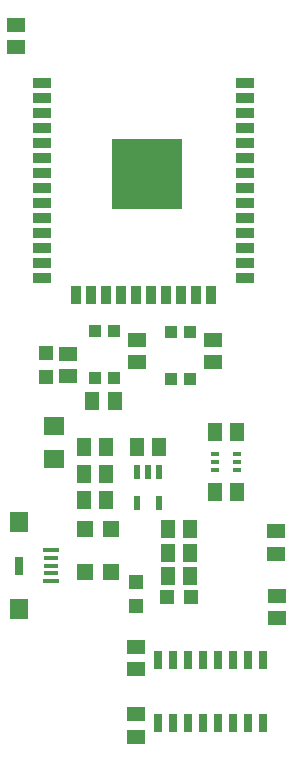
<source format=gtp>
G75*
%MOIN*%
%OFA0B0*%
%FSLAX25Y25*%
%IPPOS*%
%LPD*%
%AMOC8*
5,1,8,0,0,1.08239X$1,22.5*
%
%ADD10R,0.04882X0.05906*%
%ADD11R,0.02165X0.04724*%
%ADD12R,0.04724X0.04724*%
%ADD13R,0.05906X0.04882*%
%ADD14R,0.05906X0.03543*%
%ADD15R,0.03543X0.05906*%
%ADD16R,0.23622X0.23622*%
%ADD17R,0.05118X0.04724*%
%ADD18R,0.03937X0.03937*%
%ADD19R,0.05512X0.05512*%
%ADD20R,0.02598X0.01181*%
%ADD21R,0.07087X0.06299*%
%ADD22R,0.05709X0.01575*%
%ADD23R,0.05906X0.07087*%
%ADD24R,0.02756X0.05906*%
%ADD25R,0.04921X0.01181*%
%ADD26R,0.02500X0.06000*%
D10*
X0051230Y0092900D03*
X0051230Y0101400D03*
X0051230Y0110400D03*
X0058710Y0110400D03*
X0058710Y0101400D03*
X0058710Y0092900D03*
X0068955Y0110400D03*
X0076435Y0110400D03*
X0079255Y0083209D03*
X0079255Y0075192D03*
X0079255Y0067400D03*
X0086735Y0067400D03*
X0086735Y0075192D03*
X0086735Y0083209D03*
X0094855Y0095400D03*
X0102335Y0095400D03*
X0102335Y0115400D03*
X0094855Y0115400D03*
X0061585Y0125650D03*
X0054105Y0125650D03*
D11*
X0068955Y0102119D03*
X0072695Y0102119D03*
X0076435Y0102119D03*
X0076435Y0091881D03*
X0068955Y0091881D03*
D12*
X0078861Y0060275D03*
X0087129Y0060275D03*
X0038795Y0133616D03*
X0038795Y0141884D03*
D13*
X0045895Y0141540D03*
X0045895Y0134060D03*
X0069045Y0138660D03*
X0069045Y0146140D03*
X0094345Y0146140D03*
X0094345Y0138660D03*
X0115345Y0082390D03*
X0115345Y0074910D03*
X0115595Y0060890D03*
X0115595Y0053410D03*
X0068795Y0043890D03*
X0068795Y0036410D03*
X0068595Y0021390D03*
X0068595Y0013910D03*
X0028595Y0243660D03*
X0028595Y0251140D03*
D14*
X0037237Y0231585D03*
X0037237Y0226585D03*
X0037237Y0221585D03*
X0037237Y0216585D03*
X0037237Y0211585D03*
X0037237Y0206585D03*
X0037237Y0201585D03*
X0037237Y0196585D03*
X0037237Y0191585D03*
X0037237Y0186585D03*
X0037237Y0181585D03*
X0037237Y0176585D03*
X0037237Y0171585D03*
X0037237Y0166585D03*
X0104953Y0166585D03*
X0104953Y0171585D03*
X0104953Y0176585D03*
X0104953Y0181585D03*
X0104953Y0186585D03*
X0104953Y0191585D03*
X0104953Y0196585D03*
X0104953Y0201585D03*
X0104953Y0206585D03*
X0104953Y0211585D03*
X0104953Y0216585D03*
X0104953Y0221585D03*
X0104953Y0226585D03*
X0104953Y0231585D03*
D15*
X0093654Y0161113D03*
X0088654Y0161113D03*
X0083654Y0161113D03*
X0078654Y0161113D03*
X0073654Y0161113D03*
X0068654Y0161113D03*
X0063654Y0161113D03*
X0058654Y0161113D03*
X0053654Y0161113D03*
X0048654Y0161113D03*
D16*
X0072434Y0201270D03*
D17*
X0068520Y0065500D03*
X0068520Y0057500D03*
D18*
X0061195Y0133276D03*
X0054896Y0133276D03*
X0054896Y0149024D03*
X0061195Y0149024D03*
X0080196Y0148774D03*
X0086495Y0148774D03*
X0086495Y0133026D03*
X0080196Y0133026D03*
D19*
X0060445Y0083183D03*
X0060445Y0068617D03*
X0051570Y0068617D03*
X0051570Y0083183D03*
D20*
X0094973Y0102841D03*
X0094973Y0105400D03*
X0094973Y0107959D03*
X0102217Y0107959D03*
X0102217Y0105400D03*
X0102217Y0102841D03*
D21*
X0041395Y0106288D03*
X0041395Y0117312D03*
D22*
X0040423Y0076018D03*
X0040423Y0065782D03*
D23*
X0029695Y0056396D03*
X0029695Y0085404D03*
D24*
X0029695Y0070900D03*
D25*
X0040423Y0070900D03*
X0040423Y0068341D03*
X0040423Y0073459D03*
D26*
X0076095Y0039510D03*
X0081095Y0039510D03*
X0086095Y0039510D03*
X0091095Y0039510D03*
X0096095Y0039510D03*
X0101095Y0039510D03*
X0106095Y0039510D03*
X0111095Y0039510D03*
X0111095Y0018290D03*
X0106095Y0018290D03*
X0101095Y0018290D03*
X0096095Y0018290D03*
X0091095Y0018290D03*
X0086095Y0018290D03*
X0081095Y0018290D03*
X0076095Y0018290D03*
M02*

</source>
